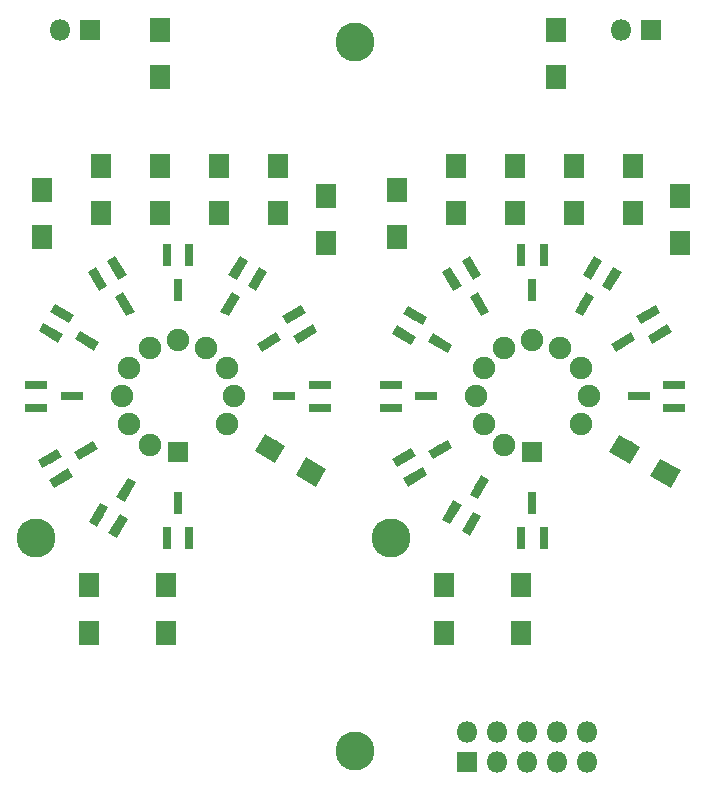
<source format=gts>
G04 #@! TF.GenerationSoftware,KiCad,Pcbnew,(5.0.0-rc2-dev-756-g45dad4ded)*
G04 #@! TF.CreationDate,2018-06-12T00:49:02-07:00*
G04 #@! TF.ProjectId,Mod-IN2-Nix-Dis,4D6F642D494E322D4E69782D4469732E,rev?*
G04 #@! TF.SameCoordinates,Original*
G04 #@! TF.FileFunction,Soldermask,Top*
G04 #@! TF.FilePolarity,Negative*
%FSLAX46Y46*%
G04 Gerber Fmt 4.6, Leading zero omitted, Abs format (unit mm)*
G04 Created by KiCad (PCBNEW (5.0.0-rc2-dev-756-g45dad4ded)) date 06/12/18 00:49:02*
%MOMM*%
%LPD*%
G01*
G04 APERTURE LIST*
%ADD10C,3.301600*%
%ADD11R,1.700000X1.700000*%
%ADD12O,1.801600X1.801600*%
%ADD13R,1.900000X0.800000*%
%ADD14C,0.800000*%
%ADD15C,0.100000*%
%ADD16R,0.800000X1.900000*%
%ADD17R,1.700000X2.000000*%
%ADD18C,1.700000*%
%ADD19C,1.901600*%
%ADD20R,1.800000X1.800000*%
G04 APERTURE END LIST*
D10*
G04 #@! TO.C,REF\002A\002A*
X158000000Y-103000000D03*
G04 #@! TD*
G04 #@! TO.C,REF\002A\002A*
X128000000Y-103000000D03*
G04 #@! TD*
G04 #@! TO.C,REF\002A\002A*
X155000000Y-121000000D03*
G04 #@! TD*
D11*
G04 #@! TO.C,J1*
X164480000Y-122000000D03*
D12*
X164480000Y-119460000D03*
X167020000Y-122000000D03*
X167020000Y-119460000D03*
X169560000Y-122000000D03*
X169560000Y-119460000D03*
X172100000Y-122000000D03*
X172100000Y-119460000D03*
X174640000Y-122000000D03*
X174640000Y-119460000D03*
G04 #@! TD*
D13*
G04 #@! TO.C,Q1*
X152000000Y-91950000D03*
X152000000Y-90050000D03*
X149000000Y-91000000D03*
G04 #@! TD*
G04 #@! TO.C,Q2*
X182000000Y-91950000D03*
X182000000Y-90050000D03*
X179000000Y-91000000D03*
G04 #@! TD*
D14*
G04 #@! TO.C,Q3*
X180773076Y-85722724D03*
D15*
G36*
X181395800Y-84901314D02*
X181795800Y-85594134D01*
X180150352Y-86544134D01*
X179750352Y-85851314D01*
X181395800Y-84901314D01*
X181395800Y-84901314D01*
G37*
D14*
X179823076Y-84077276D03*
D15*
G36*
X180445800Y-83255866D02*
X180845800Y-83948686D01*
X179200352Y-84898686D01*
X178800352Y-84205866D01*
X180445800Y-83255866D01*
X180445800Y-83255866D01*
G37*
D14*
X177700000Y-86400000D03*
D15*
G36*
X178322724Y-85578590D02*
X178722724Y-86271410D01*
X177077276Y-87221410D01*
X176677276Y-86528590D01*
X178322724Y-85578590D01*
X178322724Y-85578590D01*
G37*
G04 #@! TD*
D14*
G04 #@! TO.C,Q4*
X150773076Y-85722724D03*
D15*
G36*
X151395800Y-84901314D02*
X151795800Y-85594134D01*
X150150352Y-86544134D01*
X149750352Y-85851314D01*
X151395800Y-84901314D01*
X151395800Y-84901314D01*
G37*
D14*
X149823076Y-84077276D03*
D15*
G36*
X150445800Y-83255866D02*
X150845800Y-83948686D01*
X149200352Y-84898686D01*
X148800352Y-84205866D01*
X150445800Y-83255866D01*
X150445800Y-83255866D01*
G37*
D14*
X147700000Y-86400000D03*
D15*
G36*
X148322724Y-85578590D02*
X148722724Y-86271410D01*
X147077276Y-87221410D01*
X146677276Y-86528590D01*
X148322724Y-85578590D01*
X148322724Y-85578590D01*
G37*
G04 #@! TD*
D14*
G04 #@! TO.C,Q5*
X176722724Y-81076924D03*
D15*
G36*
X176851314Y-80054200D02*
X177544134Y-80454200D01*
X176594134Y-82099648D01*
X175901314Y-81699648D01*
X176851314Y-80054200D01*
X176851314Y-80054200D01*
G37*
D14*
X175077276Y-80126924D03*
D15*
G36*
X175205866Y-79104200D02*
X175898686Y-79504200D01*
X174948686Y-81149648D01*
X174255866Y-80749648D01*
X175205866Y-79104200D01*
X175205866Y-79104200D01*
G37*
D14*
X174400000Y-83200000D03*
D15*
G36*
X174528590Y-82177276D02*
X175221410Y-82577276D01*
X174271410Y-84222724D01*
X173578590Y-83822724D01*
X174528590Y-82177276D01*
X174528590Y-82177276D01*
G37*
G04 #@! TD*
D14*
G04 #@! TO.C,Q6*
X146722724Y-81076924D03*
D15*
G36*
X146851314Y-80054200D02*
X147544134Y-80454200D01*
X146594134Y-82099648D01*
X145901314Y-81699648D01*
X146851314Y-80054200D01*
X146851314Y-80054200D01*
G37*
D14*
X145077276Y-80126924D03*
D15*
G36*
X145205866Y-79104200D02*
X145898686Y-79504200D01*
X144948686Y-81149648D01*
X144255866Y-80749648D01*
X145205866Y-79104200D01*
X145205866Y-79104200D01*
G37*
D14*
X144400000Y-83200000D03*
D15*
G36*
X144528590Y-82177276D02*
X145221410Y-82577276D01*
X144271410Y-84222724D01*
X143578590Y-83822724D01*
X144528590Y-82177276D01*
X144528590Y-82177276D01*
G37*
G04 #@! TD*
D16*
G04 #@! TO.C,Q7*
X170950000Y-79000000D03*
X169050000Y-79000000D03*
X170000000Y-82000000D03*
G04 #@! TD*
G04 #@! TO.C,Q8*
X140950000Y-79000000D03*
X139050000Y-79000000D03*
X140000000Y-82000000D03*
G04 #@! TD*
D14*
G04 #@! TO.C,Q9*
X164822724Y-80126924D03*
D15*
G36*
X164001314Y-79504200D02*
X164694134Y-79104200D01*
X165644134Y-80749648D01*
X164951314Y-81149648D01*
X164001314Y-79504200D01*
X164001314Y-79504200D01*
G37*
D14*
X163177276Y-81076924D03*
D15*
G36*
X162355866Y-80454200D02*
X163048686Y-80054200D01*
X163998686Y-81699648D01*
X163305866Y-82099648D01*
X162355866Y-80454200D01*
X162355866Y-80454200D01*
G37*
D14*
X165500000Y-83200000D03*
D15*
G36*
X164678590Y-82577276D02*
X165371410Y-82177276D01*
X166321410Y-83822724D01*
X165628590Y-84222724D01*
X164678590Y-82577276D01*
X164678590Y-82577276D01*
G37*
G04 #@! TD*
D14*
G04 #@! TO.C,Q10*
X134822724Y-80126924D03*
D15*
G36*
X134001314Y-79504200D02*
X134694134Y-79104200D01*
X135644134Y-80749648D01*
X134951314Y-81149648D01*
X134001314Y-79504200D01*
X134001314Y-79504200D01*
G37*
D14*
X133177276Y-81076924D03*
D15*
G36*
X132355866Y-80454200D02*
X133048686Y-80054200D01*
X133998686Y-81699648D01*
X133305866Y-82099648D01*
X132355866Y-80454200D01*
X132355866Y-80454200D01*
G37*
D14*
X135500000Y-83200000D03*
D15*
G36*
X134678590Y-82577276D02*
X135371410Y-82177276D01*
X136321410Y-83822724D01*
X135628590Y-84222724D01*
X134678590Y-82577276D01*
X134678590Y-82577276D01*
G37*
G04 #@! TD*
D14*
G04 #@! TO.C,Q11*
X160076924Y-84177276D03*
D15*
G36*
X159054200Y-84048686D02*
X159454200Y-83355866D01*
X161099648Y-84305866D01*
X160699648Y-84998686D01*
X159054200Y-84048686D01*
X159054200Y-84048686D01*
G37*
D14*
X159126924Y-85822724D03*
D15*
G36*
X158104200Y-85694134D02*
X158504200Y-85001314D01*
X160149648Y-85951314D01*
X159749648Y-86644134D01*
X158104200Y-85694134D01*
X158104200Y-85694134D01*
G37*
D14*
X162200000Y-86500000D03*
D15*
G36*
X161177276Y-86371410D02*
X161577276Y-85678590D01*
X163222724Y-86628590D01*
X162822724Y-87321410D01*
X161177276Y-86371410D01*
X161177276Y-86371410D01*
G37*
G04 #@! TD*
D14*
G04 #@! TO.C,Q12*
X130176924Y-83977276D03*
D15*
G36*
X129154200Y-83848686D02*
X129554200Y-83155866D01*
X131199648Y-84105866D01*
X130799648Y-84798686D01*
X129154200Y-83848686D01*
X129154200Y-83848686D01*
G37*
D14*
X129226924Y-85622724D03*
D15*
G36*
X128204200Y-85494134D02*
X128604200Y-84801314D01*
X130249648Y-85751314D01*
X129849648Y-86444134D01*
X128204200Y-85494134D01*
X128204200Y-85494134D01*
G37*
D14*
X132300000Y-86300000D03*
D15*
G36*
X131277276Y-86171410D02*
X131677276Y-85478590D01*
X133322724Y-86428590D01*
X132922724Y-87121410D01*
X131277276Y-86171410D01*
X131277276Y-86171410D01*
G37*
G04 #@! TD*
D13*
G04 #@! TO.C,Q13*
X158000000Y-90050000D03*
X158000000Y-91950000D03*
X161000000Y-91000000D03*
G04 #@! TD*
G04 #@! TO.C,Q14*
X128000000Y-90050000D03*
X128000000Y-91950000D03*
X131000000Y-91000000D03*
G04 #@! TD*
D14*
G04 #@! TO.C,Q15*
X159126924Y-96177276D03*
D15*
G36*
X158504200Y-96998686D02*
X158104200Y-96305866D01*
X159749648Y-95355866D01*
X160149648Y-96048686D01*
X158504200Y-96998686D01*
X158504200Y-96998686D01*
G37*
D14*
X160076924Y-97822724D03*
D15*
G36*
X159454200Y-98644134D02*
X159054200Y-97951314D01*
X160699648Y-97001314D01*
X161099648Y-97694134D01*
X159454200Y-98644134D01*
X159454200Y-98644134D01*
G37*
D14*
X162200000Y-95500000D03*
D15*
G36*
X161577276Y-96321410D02*
X161177276Y-95628590D01*
X162822724Y-94678590D01*
X163222724Y-95371410D01*
X161577276Y-96321410D01*
X161577276Y-96321410D01*
G37*
G04 #@! TD*
D14*
G04 #@! TO.C,Q16*
X129126924Y-96277276D03*
D15*
G36*
X128504200Y-97098686D02*
X128104200Y-96405866D01*
X129749648Y-95455866D01*
X130149648Y-96148686D01*
X128504200Y-97098686D01*
X128504200Y-97098686D01*
G37*
D14*
X130076924Y-97922724D03*
D15*
G36*
X129454200Y-98744134D02*
X129054200Y-98051314D01*
X130699648Y-97101314D01*
X131099648Y-97794134D01*
X129454200Y-98744134D01*
X129454200Y-98744134D01*
G37*
D14*
X132200000Y-95600000D03*
D15*
G36*
X131577276Y-96421410D02*
X131177276Y-95728590D01*
X132822724Y-94778590D01*
X133222724Y-95471410D01*
X131577276Y-96421410D01*
X131577276Y-96421410D01*
G37*
G04 #@! TD*
D14*
G04 #@! TO.C,Q17*
X163177276Y-100824038D03*
D15*
G36*
X163048686Y-101846762D02*
X162355866Y-101446762D01*
X163305866Y-99801314D01*
X163998686Y-100201314D01*
X163048686Y-101846762D01*
X163048686Y-101846762D01*
G37*
D14*
X164822724Y-101774038D03*
D15*
G36*
X164694134Y-102796762D02*
X164001314Y-102396762D01*
X164951314Y-100751314D01*
X165644134Y-101151314D01*
X164694134Y-102796762D01*
X164694134Y-102796762D01*
G37*
D14*
X165500000Y-98700962D03*
D15*
G36*
X165371410Y-99723686D02*
X164678590Y-99323686D01*
X165628590Y-97678238D01*
X166321410Y-98078238D01*
X165371410Y-99723686D01*
X165371410Y-99723686D01*
G37*
G04 #@! TD*
D14*
G04 #@! TO.C,Q18*
X133277276Y-101023076D03*
D15*
G36*
X133148686Y-102045800D02*
X132455866Y-101645800D01*
X133405866Y-100000352D01*
X134098686Y-100400352D01*
X133148686Y-102045800D01*
X133148686Y-102045800D01*
G37*
D14*
X134922724Y-101973076D03*
D15*
G36*
X134794134Y-102995800D02*
X134101314Y-102595800D01*
X135051314Y-100950352D01*
X135744134Y-101350352D01*
X134794134Y-102995800D01*
X134794134Y-102995800D01*
G37*
D14*
X135600000Y-98900000D03*
D15*
G36*
X135471410Y-99922724D02*
X134778590Y-99522724D01*
X135728590Y-97877276D01*
X136421410Y-98277276D01*
X135471410Y-99922724D01*
X135471410Y-99922724D01*
G37*
G04 #@! TD*
D16*
G04 #@! TO.C,Q19*
X169050000Y-103000000D03*
X170950000Y-103000000D03*
X170000000Y-100000000D03*
G04 #@! TD*
G04 #@! TO.C,Q20*
X139050000Y-103000000D03*
X140950000Y-103000000D03*
X140000000Y-100000000D03*
G04 #@! TD*
D17*
G04 #@! TO.C,R1*
X138500000Y-60000000D03*
X138500000Y-64000000D03*
G04 #@! TD*
G04 #@! TO.C,R2*
X172000000Y-60000000D03*
X172000000Y-64000000D03*
G04 #@! TD*
G04 #@! TO.C,R3*
X152500000Y-78000000D03*
X152500000Y-74000000D03*
G04 #@! TD*
G04 #@! TO.C,R4*
X182500000Y-78000000D03*
X182500000Y-74000000D03*
G04 #@! TD*
G04 #@! TO.C,R5*
X178500000Y-75500000D03*
X178500000Y-71500000D03*
G04 #@! TD*
G04 #@! TO.C,R6*
X148500000Y-75500000D03*
X148500000Y-71500000D03*
G04 #@! TD*
G04 #@! TO.C,R7*
X173500000Y-75500000D03*
X173500000Y-71500000D03*
G04 #@! TD*
G04 #@! TO.C,R8*
X143500000Y-75500000D03*
X143500000Y-71500000D03*
G04 #@! TD*
G04 #@! TO.C,R9*
X168500000Y-75500000D03*
X168500000Y-71500000D03*
G04 #@! TD*
G04 #@! TO.C,R10*
X138500000Y-75500000D03*
X138500000Y-71500000D03*
G04 #@! TD*
G04 #@! TO.C,R11*
X163500000Y-75500000D03*
X163500000Y-71500000D03*
G04 #@! TD*
G04 #@! TO.C,R12*
X133500000Y-75500000D03*
X133500000Y-71500000D03*
G04 #@! TD*
G04 #@! TO.C,R13*
X158500000Y-77500000D03*
X158500000Y-73500000D03*
G04 #@! TD*
G04 #@! TO.C,R14*
X128500000Y-77500000D03*
X128500000Y-73500000D03*
G04 #@! TD*
D18*
G04 #@! TO.C,R17*
X181264102Y-97500000D03*
D15*
G36*
X182555127Y-97263878D02*
X181705127Y-98736122D01*
X179973077Y-97736122D01*
X180823077Y-96263878D01*
X182555127Y-97263878D01*
X182555127Y-97263878D01*
G37*
D18*
X177800000Y-95500000D03*
D15*
G36*
X179091025Y-95263878D02*
X178241025Y-96736122D01*
X176508975Y-95736122D01*
X177358975Y-94263878D01*
X179091025Y-95263878D01*
X179091025Y-95263878D01*
G37*
G04 #@! TD*
D18*
G04 #@! TO.C,R18*
X151264102Y-97400000D03*
D15*
G36*
X152555127Y-97163878D02*
X151705127Y-98636122D01*
X149973077Y-97636122D01*
X150823077Y-96163878D01*
X152555127Y-97163878D01*
X152555127Y-97163878D01*
G37*
D18*
X147800000Y-95400000D03*
D15*
G36*
X149091025Y-95163878D02*
X148241025Y-96636122D01*
X146508975Y-95636122D01*
X147358975Y-94163878D01*
X149091025Y-95163878D01*
X149091025Y-95163878D01*
G37*
G04 #@! TD*
D17*
G04 #@! TO.C,R21*
X162500000Y-107000000D03*
X162500000Y-111000000D03*
G04 #@! TD*
G04 #@! TO.C,R22*
X132500000Y-107000000D03*
X132500000Y-111000000D03*
G04 #@! TD*
G04 #@! TO.C,R23*
X169000000Y-107000000D03*
X169000000Y-111000000D03*
G04 #@! TD*
G04 #@! TO.C,R24*
X139000000Y-107000000D03*
X139000000Y-111000000D03*
G04 #@! TD*
D19*
G04 #@! TO.C,U5*
X140000000Y-86250000D03*
X142375000Y-86886000D03*
X144114000Y-88625000D03*
X144750000Y-91000000D03*
X144114000Y-93375000D03*
D20*
X140000000Y-95750000D03*
D19*
X137625000Y-95114000D03*
X135886000Y-93375000D03*
X135250000Y-91000000D03*
X135886000Y-88625000D03*
X137625000Y-86886000D03*
G04 #@! TD*
G04 #@! TO.C,U4*
X170000000Y-86250000D03*
X172375000Y-86886000D03*
X174114000Y-88625000D03*
X174750000Y-91000000D03*
X174114000Y-93375000D03*
D20*
X170000000Y-95750000D03*
D19*
X167625000Y-95114000D03*
X165886000Y-93375000D03*
X165250000Y-91000000D03*
X165886000Y-88625000D03*
X167625000Y-86886000D03*
G04 #@! TD*
D11*
G04 #@! TO.C,D1*
X132540000Y-60000000D03*
D12*
X130000000Y-60000000D03*
G04 #@! TD*
D11*
G04 #@! TO.C,D2*
X180040000Y-60000000D03*
D12*
X177500000Y-60000000D03*
G04 #@! TD*
D10*
G04 #@! TO.C,REF\002A\002A*
X155000000Y-61000000D03*
G04 #@! TD*
M02*

</source>
